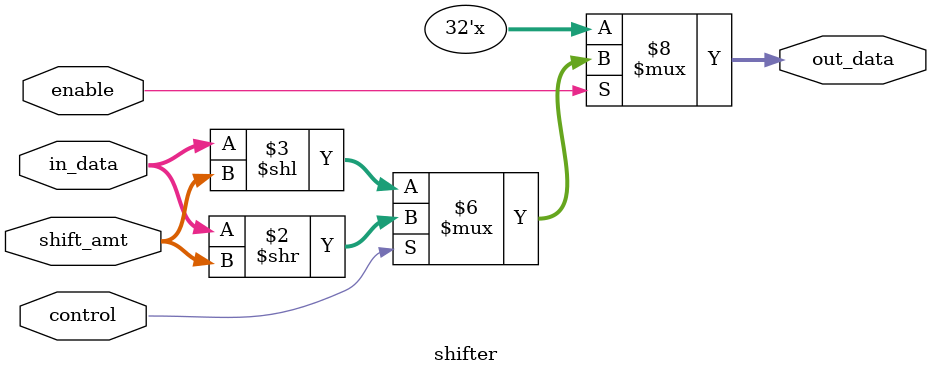
<source format=v>
module shifter(enable,in_data,shift_amt,control,out_data);
  input enable,control;    // control would be 6th bit of instr. I[5]
  input [31:0] in_data;
  input [31:0] shift_amt;
  output [31:0] out_data;
  
  wire enable,control;
  wire [31:0] in_data;
  wire [31:0] shift_amt;
  reg [31:0] out_data;
  
  always@(in_data,enable,control)
  begin
    if(enable) 
      begin
        if(control)
          begin
           out_data<=in_data>>shift_amt;
          end
        else
          begin
            out_data<=in_data<<shift_amt;
          end 
    end
    else
      begin
        out_data<=out_data;
      end
    end
        
endmodule

</source>
